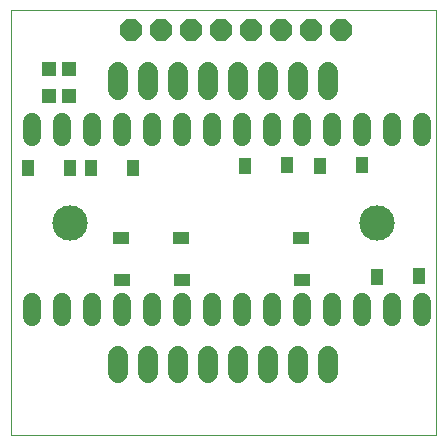
<source format=gts>
G75*
%MOIN*%
%OFA0B0*%
%FSLAX25Y25*%
%IPPOS*%
%LPD*%
%AMOC8*
5,1,8,0,0,1.08239X$1,22.5*
%
%ADD10C,0.00000*%
%ADD11C,0.06000*%
%ADD12C,0.06737*%
%ADD13R,0.04383X0.05603*%
%ADD14R,0.05603X0.04383*%
%ADD15OC8,0.07100*%
%ADD16R,0.04737X0.05131*%
%ADD17C,0.11824*%
D10*
X0006000Y0012706D02*
X0006000Y0154438D01*
X0147732Y0154438D01*
X0147732Y0012706D01*
X0006000Y0012706D01*
X0020173Y0083572D02*
X0020175Y0083720D01*
X0020181Y0083868D01*
X0020191Y0084016D01*
X0020205Y0084163D01*
X0020223Y0084310D01*
X0020244Y0084456D01*
X0020270Y0084602D01*
X0020300Y0084747D01*
X0020333Y0084891D01*
X0020371Y0085034D01*
X0020412Y0085176D01*
X0020457Y0085317D01*
X0020505Y0085457D01*
X0020558Y0085596D01*
X0020614Y0085733D01*
X0020674Y0085868D01*
X0020737Y0086002D01*
X0020804Y0086134D01*
X0020875Y0086264D01*
X0020949Y0086392D01*
X0021026Y0086518D01*
X0021107Y0086642D01*
X0021191Y0086764D01*
X0021278Y0086883D01*
X0021369Y0087000D01*
X0021463Y0087115D01*
X0021559Y0087227D01*
X0021659Y0087337D01*
X0021761Y0087443D01*
X0021867Y0087547D01*
X0021975Y0087648D01*
X0022086Y0087746D01*
X0022199Y0087842D01*
X0022315Y0087934D01*
X0022433Y0088023D01*
X0022554Y0088108D01*
X0022677Y0088191D01*
X0022802Y0088270D01*
X0022929Y0088346D01*
X0023058Y0088418D01*
X0023189Y0088487D01*
X0023322Y0088552D01*
X0023457Y0088613D01*
X0023593Y0088671D01*
X0023730Y0088726D01*
X0023869Y0088776D01*
X0024010Y0088823D01*
X0024151Y0088866D01*
X0024294Y0088906D01*
X0024438Y0088941D01*
X0024582Y0088973D01*
X0024728Y0089000D01*
X0024874Y0089024D01*
X0025021Y0089044D01*
X0025168Y0089060D01*
X0025315Y0089072D01*
X0025463Y0089080D01*
X0025611Y0089084D01*
X0025759Y0089084D01*
X0025907Y0089080D01*
X0026055Y0089072D01*
X0026202Y0089060D01*
X0026349Y0089044D01*
X0026496Y0089024D01*
X0026642Y0089000D01*
X0026788Y0088973D01*
X0026932Y0088941D01*
X0027076Y0088906D01*
X0027219Y0088866D01*
X0027360Y0088823D01*
X0027501Y0088776D01*
X0027640Y0088726D01*
X0027777Y0088671D01*
X0027913Y0088613D01*
X0028048Y0088552D01*
X0028181Y0088487D01*
X0028312Y0088418D01*
X0028441Y0088346D01*
X0028568Y0088270D01*
X0028693Y0088191D01*
X0028816Y0088108D01*
X0028937Y0088023D01*
X0029055Y0087934D01*
X0029171Y0087842D01*
X0029284Y0087746D01*
X0029395Y0087648D01*
X0029503Y0087547D01*
X0029609Y0087443D01*
X0029711Y0087337D01*
X0029811Y0087227D01*
X0029907Y0087115D01*
X0030001Y0087000D01*
X0030092Y0086883D01*
X0030179Y0086764D01*
X0030263Y0086642D01*
X0030344Y0086518D01*
X0030421Y0086392D01*
X0030495Y0086264D01*
X0030566Y0086134D01*
X0030633Y0086002D01*
X0030696Y0085868D01*
X0030756Y0085733D01*
X0030812Y0085596D01*
X0030865Y0085457D01*
X0030913Y0085317D01*
X0030958Y0085176D01*
X0030999Y0085034D01*
X0031037Y0084891D01*
X0031070Y0084747D01*
X0031100Y0084602D01*
X0031126Y0084456D01*
X0031147Y0084310D01*
X0031165Y0084163D01*
X0031179Y0084016D01*
X0031189Y0083868D01*
X0031195Y0083720D01*
X0031197Y0083572D01*
X0031195Y0083424D01*
X0031189Y0083276D01*
X0031179Y0083128D01*
X0031165Y0082981D01*
X0031147Y0082834D01*
X0031126Y0082688D01*
X0031100Y0082542D01*
X0031070Y0082397D01*
X0031037Y0082253D01*
X0030999Y0082110D01*
X0030958Y0081968D01*
X0030913Y0081827D01*
X0030865Y0081687D01*
X0030812Y0081548D01*
X0030756Y0081411D01*
X0030696Y0081276D01*
X0030633Y0081142D01*
X0030566Y0081010D01*
X0030495Y0080880D01*
X0030421Y0080752D01*
X0030344Y0080626D01*
X0030263Y0080502D01*
X0030179Y0080380D01*
X0030092Y0080261D01*
X0030001Y0080144D01*
X0029907Y0080029D01*
X0029811Y0079917D01*
X0029711Y0079807D01*
X0029609Y0079701D01*
X0029503Y0079597D01*
X0029395Y0079496D01*
X0029284Y0079398D01*
X0029171Y0079302D01*
X0029055Y0079210D01*
X0028937Y0079121D01*
X0028816Y0079036D01*
X0028693Y0078953D01*
X0028568Y0078874D01*
X0028441Y0078798D01*
X0028312Y0078726D01*
X0028181Y0078657D01*
X0028048Y0078592D01*
X0027913Y0078531D01*
X0027777Y0078473D01*
X0027640Y0078418D01*
X0027501Y0078368D01*
X0027360Y0078321D01*
X0027219Y0078278D01*
X0027076Y0078238D01*
X0026932Y0078203D01*
X0026788Y0078171D01*
X0026642Y0078144D01*
X0026496Y0078120D01*
X0026349Y0078100D01*
X0026202Y0078084D01*
X0026055Y0078072D01*
X0025907Y0078064D01*
X0025759Y0078060D01*
X0025611Y0078060D01*
X0025463Y0078064D01*
X0025315Y0078072D01*
X0025168Y0078084D01*
X0025021Y0078100D01*
X0024874Y0078120D01*
X0024728Y0078144D01*
X0024582Y0078171D01*
X0024438Y0078203D01*
X0024294Y0078238D01*
X0024151Y0078278D01*
X0024010Y0078321D01*
X0023869Y0078368D01*
X0023730Y0078418D01*
X0023593Y0078473D01*
X0023457Y0078531D01*
X0023322Y0078592D01*
X0023189Y0078657D01*
X0023058Y0078726D01*
X0022929Y0078798D01*
X0022802Y0078874D01*
X0022677Y0078953D01*
X0022554Y0079036D01*
X0022433Y0079121D01*
X0022315Y0079210D01*
X0022199Y0079302D01*
X0022086Y0079398D01*
X0021975Y0079496D01*
X0021867Y0079597D01*
X0021761Y0079701D01*
X0021659Y0079807D01*
X0021559Y0079917D01*
X0021463Y0080029D01*
X0021369Y0080144D01*
X0021278Y0080261D01*
X0021191Y0080380D01*
X0021107Y0080502D01*
X0021026Y0080626D01*
X0020949Y0080752D01*
X0020875Y0080880D01*
X0020804Y0081010D01*
X0020737Y0081142D01*
X0020674Y0081276D01*
X0020614Y0081411D01*
X0020558Y0081548D01*
X0020505Y0081687D01*
X0020457Y0081827D01*
X0020412Y0081968D01*
X0020371Y0082110D01*
X0020333Y0082253D01*
X0020300Y0082397D01*
X0020270Y0082542D01*
X0020244Y0082688D01*
X0020223Y0082834D01*
X0020205Y0082981D01*
X0020191Y0083128D01*
X0020181Y0083276D01*
X0020175Y0083424D01*
X0020173Y0083572D01*
X0122535Y0083572D02*
X0122537Y0083720D01*
X0122543Y0083868D01*
X0122553Y0084016D01*
X0122567Y0084163D01*
X0122585Y0084310D01*
X0122606Y0084456D01*
X0122632Y0084602D01*
X0122662Y0084747D01*
X0122695Y0084891D01*
X0122733Y0085034D01*
X0122774Y0085176D01*
X0122819Y0085317D01*
X0122867Y0085457D01*
X0122920Y0085596D01*
X0122976Y0085733D01*
X0123036Y0085868D01*
X0123099Y0086002D01*
X0123166Y0086134D01*
X0123237Y0086264D01*
X0123311Y0086392D01*
X0123388Y0086518D01*
X0123469Y0086642D01*
X0123553Y0086764D01*
X0123640Y0086883D01*
X0123731Y0087000D01*
X0123825Y0087115D01*
X0123921Y0087227D01*
X0124021Y0087337D01*
X0124123Y0087443D01*
X0124229Y0087547D01*
X0124337Y0087648D01*
X0124448Y0087746D01*
X0124561Y0087842D01*
X0124677Y0087934D01*
X0124795Y0088023D01*
X0124916Y0088108D01*
X0125039Y0088191D01*
X0125164Y0088270D01*
X0125291Y0088346D01*
X0125420Y0088418D01*
X0125551Y0088487D01*
X0125684Y0088552D01*
X0125819Y0088613D01*
X0125955Y0088671D01*
X0126092Y0088726D01*
X0126231Y0088776D01*
X0126372Y0088823D01*
X0126513Y0088866D01*
X0126656Y0088906D01*
X0126800Y0088941D01*
X0126944Y0088973D01*
X0127090Y0089000D01*
X0127236Y0089024D01*
X0127383Y0089044D01*
X0127530Y0089060D01*
X0127677Y0089072D01*
X0127825Y0089080D01*
X0127973Y0089084D01*
X0128121Y0089084D01*
X0128269Y0089080D01*
X0128417Y0089072D01*
X0128564Y0089060D01*
X0128711Y0089044D01*
X0128858Y0089024D01*
X0129004Y0089000D01*
X0129150Y0088973D01*
X0129294Y0088941D01*
X0129438Y0088906D01*
X0129581Y0088866D01*
X0129722Y0088823D01*
X0129863Y0088776D01*
X0130002Y0088726D01*
X0130139Y0088671D01*
X0130275Y0088613D01*
X0130410Y0088552D01*
X0130543Y0088487D01*
X0130674Y0088418D01*
X0130803Y0088346D01*
X0130930Y0088270D01*
X0131055Y0088191D01*
X0131178Y0088108D01*
X0131299Y0088023D01*
X0131417Y0087934D01*
X0131533Y0087842D01*
X0131646Y0087746D01*
X0131757Y0087648D01*
X0131865Y0087547D01*
X0131971Y0087443D01*
X0132073Y0087337D01*
X0132173Y0087227D01*
X0132269Y0087115D01*
X0132363Y0087000D01*
X0132454Y0086883D01*
X0132541Y0086764D01*
X0132625Y0086642D01*
X0132706Y0086518D01*
X0132783Y0086392D01*
X0132857Y0086264D01*
X0132928Y0086134D01*
X0132995Y0086002D01*
X0133058Y0085868D01*
X0133118Y0085733D01*
X0133174Y0085596D01*
X0133227Y0085457D01*
X0133275Y0085317D01*
X0133320Y0085176D01*
X0133361Y0085034D01*
X0133399Y0084891D01*
X0133432Y0084747D01*
X0133462Y0084602D01*
X0133488Y0084456D01*
X0133509Y0084310D01*
X0133527Y0084163D01*
X0133541Y0084016D01*
X0133551Y0083868D01*
X0133557Y0083720D01*
X0133559Y0083572D01*
X0133557Y0083424D01*
X0133551Y0083276D01*
X0133541Y0083128D01*
X0133527Y0082981D01*
X0133509Y0082834D01*
X0133488Y0082688D01*
X0133462Y0082542D01*
X0133432Y0082397D01*
X0133399Y0082253D01*
X0133361Y0082110D01*
X0133320Y0081968D01*
X0133275Y0081827D01*
X0133227Y0081687D01*
X0133174Y0081548D01*
X0133118Y0081411D01*
X0133058Y0081276D01*
X0132995Y0081142D01*
X0132928Y0081010D01*
X0132857Y0080880D01*
X0132783Y0080752D01*
X0132706Y0080626D01*
X0132625Y0080502D01*
X0132541Y0080380D01*
X0132454Y0080261D01*
X0132363Y0080144D01*
X0132269Y0080029D01*
X0132173Y0079917D01*
X0132073Y0079807D01*
X0131971Y0079701D01*
X0131865Y0079597D01*
X0131757Y0079496D01*
X0131646Y0079398D01*
X0131533Y0079302D01*
X0131417Y0079210D01*
X0131299Y0079121D01*
X0131178Y0079036D01*
X0131055Y0078953D01*
X0130930Y0078874D01*
X0130803Y0078798D01*
X0130674Y0078726D01*
X0130543Y0078657D01*
X0130410Y0078592D01*
X0130275Y0078531D01*
X0130139Y0078473D01*
X0130002Y0078418D01*
X0129863Y0078368D01*
X0129722Y0078321D01*
X0129581Y0078278D01*
X0129438Y0078238D01*
X0129294Y0078203D01*
X0129150Y0078171D01*
X0129004Y0078144D01*
X0128858Y0078120D01*
X0128711Y0078100D01*
X0128564Y0078084D01*
X0128417Y0078072D01*
X0128269Y0078064D01*
X0128121Y0078060D01*
X0127973Y0078060D01*
X0127825Y0078064D01*
X0127677Y0078072D01*
X0127530Y0078084D01*
X0127383Y0078100D01*
X0127236Y0078120D01*
X0127090Y0078144D01*
X0126944Y0078171D01*
X0126800Y0078203D01*
X0126656Y0078238D01*
X0126513Y0078278D01*
X0126372Y0078321D01*
X0126231Y0078368D01*
X0126092Y0078418D01*
X0125955Y0078473D01*
X0125819Y0078531D01*
X0125684Y0078592D01*
X0125551Y0078657D01*
X0125420Y0078726D01*
X0125291Y0078798D01*
X0125164Y0078874D01*
X0125039Y0078953D01*
X0124916Y0079036D01*
X0124795Y0079121D01*
X0124677Y0079210D01*
X0124561Y0079302D01*
X0124448Y0079398D01*
X0124337Y0079496D01*
X0124229Y0079597D01*
X0124123Y0079701D01*
X0124021Y0079807D01*
X0123921Y0079917D01*
X0123825Y0080029D01*
X0123731Y0080144D01*
X0123640Y0080261D01*
X0123553Y0080380D01*
X0123469Y0080502D01*
X0123388Y0080626D01*
X0123311Y0080752D01*
X0123237Y0080880D01*
X0123166Y0081010D01*
X0123099Y0081142D01*
X0123036Y0081276D01*
X0122976Y0081411D01*
X0122920Y0081548D01*
X0122867Y0081687D01*
X0122819Y0081827D01*
X0122774Y0081968D01*
X0122733Y0082110D01*
X0122695Y0082253D01*
X0122662Y0082397D01*
X0122632Y0082542D01*
X0122606Y0082688D01*
X0122585Y0082834D01*
X0122567Y0082981D01*
X0122553Y0083128D01*
X0122543Y0083276D01*
X0122537Y0083424D01*
X0122535Y0083572D01*
D11*
X0123000Y0057306D02*
X0123000Y0052106D01*
X0113000Y0052106D02*
X0113000Y0057306D01*
X0103000Y0057306D02*
X0103000Y0052106D01*
X0093000Y0052106D02*
X0093000Y0057306D01*
X0083000Y0057306D02*
X0083000Y0052106D01*
X0073000Y0052106D02*
X0073000Y0057306D01*
X0063000Y0057306D02*
X0063000Y0052106D01*
X0053000Y0052106D02*
X0053000Y0057306D01*
X0043000Y0057306D02*
X0043000Y0052106D01*
X0033000Y0052106D02*
X0033000Y0057306D01*
X0023000Y0057306D02*
X0023000Y0052106D01*
X0013000Y0052106D02*
X0013000Y0057306D01*
X0013000Y0112106D02*
X0013000Y0117306D01*
X0023000Y0117306D02*
X0023000Y0112106D01*
X0033000Y0112106D02*
X0033000Y0117306D01*
X0043000Y0117306D02*
X0043000Y0112106D01*
X0053000Y0112106D02*
X0053000Y0117306D01*
X0063000Y0117306D02*
X0063000Y0112106D01*
X0073000Y0112106D02*
X0073000Y0117306D01*
X0083000Y0117306D02*
X0083000Y0112106D01*
X0093000Y0112106D02*
X0093000Y0117306D01*
X0103000Y0117306D02*
X0103000Y0112106D01*
X0113000Y0112106D02*
X0113000Y0117306D01*
X0123000Y0117306D02*
X0123000Y0112106D01*
X0133000Y0112106D02*
X0133000Y0117306D01*
X0143000Y0117306D02*
X0143000Y0112106D01*
X0143000Y0057306D02*
X0143000Y0052106D01*
X0133000Y0052106D02*
X0133000Y0057306D01*
D12*
X0111866Y0039296D02*
X0111866Y0033359D01*
X0101866Y0033359D02*
X0101866Y0039296D01*
X0091866Y0039296D02*
X0091866Y0033359D01*
X0081866Y0033359D02*
X0081866Y0039296D01*
X0071866Y0039296D02*
X0071866Y0033359D01*
X0061866Y0033359D02*
X0061866Y0039296D01*
X0051866Y0039296D02*
X0051866Y0033359D01*
X0041866Y0033359D02*
X0041866Y0039296D01*
X0041866Y0127847D02*
X0041866Y0133784D01*
X0051866Y0133784D02*
X0051866Y0127847D01*
X0061866Y0127847D02*
X0061866Y0133784D01*
X0071866Y0133784D02*
X0071866Y0127847D01*
X0081866Y0127847D02*
X0081866Y0133784D01*
X0091866Y0133784D02*
X0091866Y0127847D01*
X0101866Y0127847D02*
X0101866Y0133784D01*
X0111866Y0133784D02*
X0111866Y0127847D01*
D13*
X0109110Y0102548D03*
X0098224Y0102706D03*
X0084110Y0102548D03*
X0046890Y0101863D03*
X0032776Y0101706D03*
X0025890Y0101863D03*
X0011776Y0101706D03*
X0123224Y0102706D03*
X0128110Y0065548D03*
X0142224Y0065706D03*
D14*
X0103000Y0064481D03*
X0102843Y0078595D03*
X0062843Y0078595D03*
X0063000Y0064481D03*
X0043000Y0064481D03*
X0042843Y0078595D03*
D15*
X0046000Y0147706D03*
X0056000Y0147706D03*
X0066000Y0147706D03*
X0076000Y0147706D03*
X0086000Y0147706D03*
X0096000Y0147706D03*
X0106000Y0147706D03*
X0116000Y0147706D03*
D16*
X0025346Y0134706D03*
X0018654Y0134706D03*
X0018654Y0125706D03*
X0025346Y0125706D03*
D17*
X0025685Y0083572D03*
X0128047Y0083572D03*
M02*

</source>
